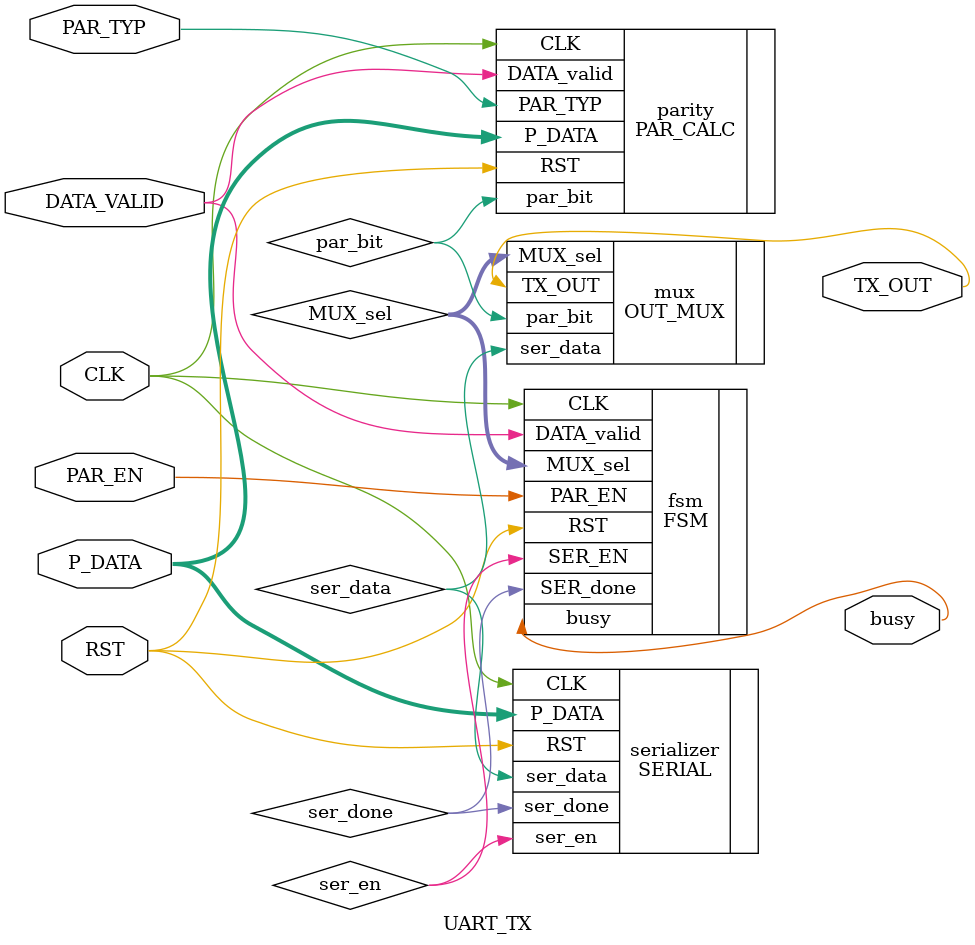
<source format=v>
module UART_TX #(parameter IN_width = 8) (
  input [IN_width-1:0]       P_DATA,
  input                      DATA_VALID,
  input                      PAR_EN, PAR_TYP,
  input                      CLK, RST,

  output                     TX_OUT,
  output                     busy);

wire ser_done, ser_en, par_bit,ser_data;
wire [1:0] MUX_sel;

FSM fsm (
  .PAR_EN(PAR_EN), .DATA_valid(DATA_VALID), .SER_done(ser_done),
  .CLK(CLK), .RST(RST),
  .SER_EN(ser_en), .MUX_sel(MUX_sel), .busy(busy)
  );

SERIAL serializer (
  .P_DATA(P_DATA), .ser_en(ser_en), .CLK(CLK), .RST(RST),
  .ser_done(ser_done), .ser_data(ser_data)
  );

PAR_CALC parity (
  .P_DATA(P_DATA), .DATA_valid(DATA_VALID), .PAR_TYP(PAR_TYP),
  .CLK(CLK), .RST(RST),
  .par_bit(par_bit)
  );

OUT_MUX mux (
  .MUX_sel(MUX_sel),
  .par_bit(par_bit), .ser_data(ser_data),
  .TX_OUT(TX_OUT)
  );

endmodule

</source>
